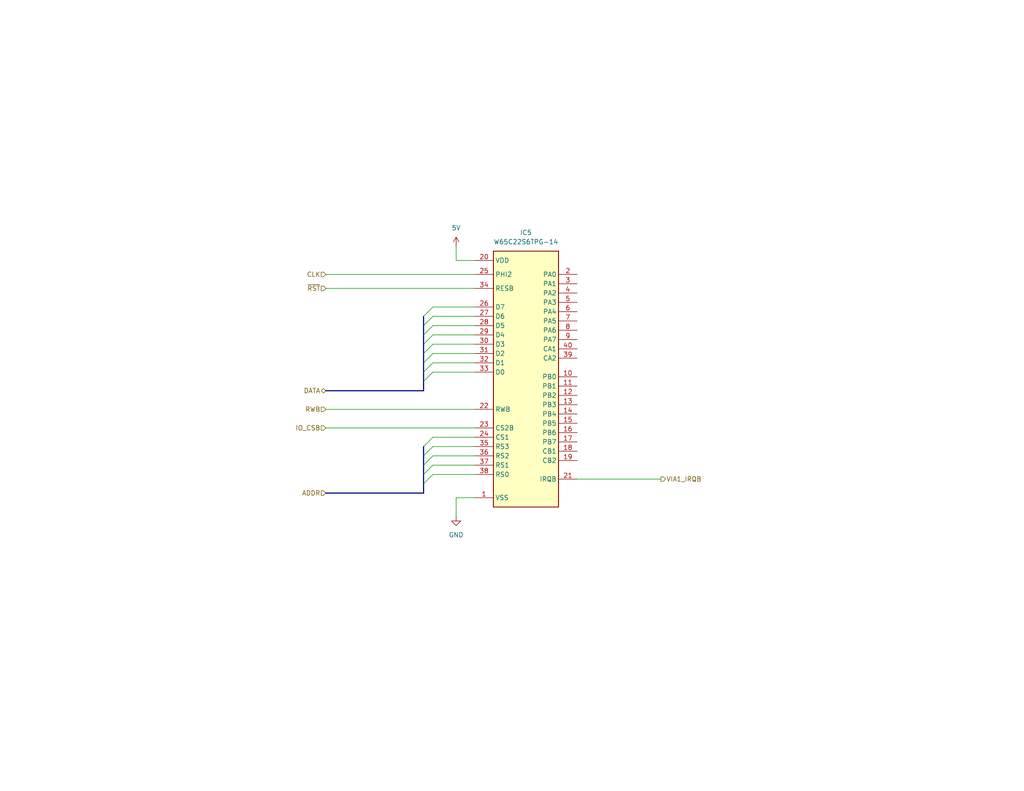
<source format=kicad_sch>
(kicad_sch (version 20231120) (generator "eeschema") (generator_version "8.0")
  (paper "A")
  (title_block (title "65C02 Single Board Computer") (rev "Proto"))
  (lib_symbols
    (symbol "6502-sbc:W65C22S6TPG-14"
      (property "Reference" "IC5" (at 0 39.37 0))
      (property "Value" "W65C22S6TPG-14" (at 0 36.83 0))
      (symbol "W65C22S6TPG-14_1_1"
        (rectangle (start -8.89 34.29) (end 8.89 -35.56) (stroke (width 0.254)) (fill (type background)))
        (pin passive line (at -13.97 -33.02 0) (length 5.08) (name "VSS") (number "1"))
        (pin passive line (at 13.97 0 180) (length 5.08) (name "PB0") (number "10"))
        (pin passive line (at 13.97 -2.54 180) (length 5.08) (name "PB1") (number "11"))
        (pin passive line (at 13.97 -5.08 180) (length 5.08) (name "PB2") (number "12"))
        (pin passive line (at 13.97 -7.62 180) (length 5.08) (name "PB3") (number "13"))
        (pin passive line (at 13.97 -10.16 180) (length 5.08) (name "PB4") (number "14"))
        (pin passive line (at 13.97 -12.7 180) (length 5.08) (name "PB5") (number "15"))
        (pin passive line (at 13.97 -15.24 180) (length 5.08) (name "PB6") (number "16"))
        (pin passive line (at 13.97 -17.78 180) (length 5.08) (name "PB7") (number "17"))
        (pin passive line (at 13.97 -20.32 180) (length 5.08) (name "CB1") (number "18"))
        (pin passive line (at 13.97 -22.86 180) (length 5.08) (name "CB2") (number "19"))
        (pin passive line (at 13.97 27.94 180) (length 5.08) (name "PA0") (number "2"))
        (pin passive line (at -13.97 31.75 0) (length 5.08) (name "VDD") (number "20"))
        (pin passive line (at 13.97 -27.94 180) (length 5.08) (name "IRQB") (number "21"))
        (pin passive line (at -13.97 -8.89 0) (length 5.08) (name "RWB") (number "22"))
        (pin passive line (at -13.97 -13.97 0) (length 5.08) (name "CS2B") (number "23"))
        (pin passive line (at -13.97 -16.51 0) (length 5.08) (name "CS1") (number "24"))
        (pin passive line (at -13.97 27.94 0) (length 5.08) (name "PHI2") (number "25"))
        (pin passive line (at -13.97 19.05 0) (length 5.08) (name "D7") (number "26"))
        (pin passive line (at -13.97 16.51 0) (length 5.08) (name "D6") (number "27"))
        (pin passive line (at -13.97 13.97 0) (length 5.08) (name "D5") (number "28"))
        (pin passive line (at -13.97 11.43 0) (length 5.08) (name "D4") (number "29"))
        (pin passive line (at 13.97 25.4 180) (length 5.08) (name "PA1") (number "3"))
        (pin passive line (at -13.97 8.89 0) (length 5.08) (name "D3") (number "30"))
        (pin passive line (at -13.97 6.35 0) (length 5.08) (name "D2") (number "31"))
        (pin passive line (at -13.97 3.81 0) (length 5.08) (name "D1") (number "32"))
        (pin passive line (at -13.97 1.27 0) (length 5.08) (name "D0") (number "33"))
        (pin passive line (at -13.97 24.13 0) (length 5.08) (name "RESB") (number "34"))
        (pin passive line (at -13.97 -19.05 0) (length 5.08) (name "RS3") (number "35"))
        (pin passive line (at -13.97 -21.59 0) (length 5.08) (name "RS2") (number "36"))
        (pin passive line (at -13.97 -24.13 0) (length 5.08) (name "RS1") (number "37"))
        (pin passive line (at -13.97 -26.67 0) (length 5.08) (name "RS0") (number "38"))
        (pin passive line (at 13.97 5.08 180) (length 5.08) (name "CA2") (number "39"))
        (pin passive line (at 13.97 22.86 180) (length 5.08) (name "PA2") (number "4"))
        (pin passive line (at 13.97 7.62 180) (length 5.08) (name "CA1") (number "40"))
        (pin passive line (at 13.97 20.32 180) (length 5.08) (name "PA3") (number "5"))
        (pin passive line (at 13.97 17.78 180) (length 5.08) (name "PA4") (number "6"))
        (pin passive line (at 13.97 15.24 180) (length 5.08) (name "PA5") (number "7"))
        (pin passive line (at 13.97 12.7 180) (length 5.08) (name "PA6") (number "8"))
        (pin passive line (at 13.97 10.16 180) (length 5.08) (name "PA7") (number "9"))
      )
    )
    (symbol "power:GND" (power) (pin_numbers hide) (pin_names (offset 0) hide)
      (property "Value" "GND" (at 0 -3.81 0))
      (symbol "GND_0_1"
        (polyline (pts (xy 0 0) (xy 0 -1.27) (xy 1.27 -1.27) (xy 0 -2.54) (xy -1.27 -1.27) (xy 0 -1.27)))
      )
      (symbol "GND_1_1"
        (pin power_in line (at 0 0 270) (length 0) (name "~") (number "1"))
      )
    )
    (symbol "power:VDC" (power) (pin_numbers hide) (pin_names (offset 0) hide)
      (property "Value" "VDC" (at 0 3.556 0))
      (symbol "VDC_0_1"
        (polyline (pts (xy -0.762 1.27) (xy 0 2.54)))
        (polyline (pts (xy 0 0) (xy 0 2.54)))
        (polyline (pts (xy 0 2.54) (xy 0.762 1.27)))
      )
      (symbol "VDC_1_1"
        (pin power_in line (at 0 0 90) (length 0) (name "~") (number "1"))
      )
    )
  )
  (bus_entry (at 115.57 96.52) (size 2.54 -2.54))
  (bus_entry (at 115.57 93.98) (size 2.54 -2.54))
  (bus_entry (at 115.57 132.08) (size 2.54 -2.54))
  (bus_entry (at 115.57 129.54) (size 2.54 -2.54))
  (bus_entry (at 115.57 99.06) (size 2.54 -2.54))
  (bus_entry (at 115.57 86.36) (size 2.54 -2.54))
  (bus_entry (at 115.57 127) (size 2.54 -2.54))
  (bus_entry (at 115.57 104.14) (size 2.54 -2.54))
  (bus_entry (at 115.57 101.6) (size 2.54 -2.54))
  (bus_entry (at 115.57 124.46) (size 2.54 -2.54))
  (bus_entry (at 115.57 121.92) (size 2.54 -2.54))
  (bus_entry (at 115.57 88.9) (size 2.54 -2.54))
  (bus_entry (at 115.57 91.44) (size 2.54 -2.54))
  (wire (pts (xy 118.11 119.38) (xy 129.54 119.38)))
  (bus (pts (xy 115.57 134.62) (xy 115.57 132.08)))
  (bus (pts (xy 115.57 91.44) (xy 115.57 93.98)))
  (bus (pts (xy 115.57 96.52) (xy 115.57 99.06)))
  (wire (pts (xy 118.11 101.6) (xy 129.54 101.6)))
  (bus (pts (xy 115.57 99.06) (xy 115.57 101.6)))
  (wire (pts (xy 118.11 99.06) (xy 129.54 99.06)))
  (wire (pts (xy 118.11 127) (xy 129.54 127)))
  (bus (pts (xy 115.57 106.68) (xy 88.9 106.68)))
  (bus (pts (xy 115.57 93.98) (xy 115.57 96.52)))
  (wire (pts (xy 118.11 129.54) (xy 129.54 129.54)))
  (wire (pts (xy 157.48 130.81) (xy 180.34 130.81)))
  (bus (pts (xy 115.57 88.9) (xy 115.57 91.44)))
  (bus (pts (xy 115.57 101.6) (xy 115.57 104.14)))
  (bus (pts (xy 115.57 124.46) (xy 115.57 127)))
  (bus (pts (xy 115.57 86.36) (xy 115.57 88.9)))
  (bus (pts (xy 115.57 104.14) (xy 115.57 106.68)))
  (wire (pts (xy 118.11 96.52) (xy 129.54 96.52)))
  (bus (pts (xy 88.9 134.62) (xy 115.57 134.62)))
  (bus (pts (xy 115.57 127) (xy 115.57 129.54)))
  (wire (pts (xy 88.9 78.74) (xy 129.54 78.74)))
  (wire (pts (xy 124.46 67.31) (xy 124.46 71.12)))
  (wire (pts (xy 118.11 86.36) (xy 129.54 86.36)))
  (wire (pts (xy 118.11 93.98) (xy 129.54 93.98)))
  (bus (pts (xy 115.57 129.54) (xy 115.57 132.08)))
  (wire (pts (xy 88.9 116.84) (xy 129.54 116.84)))
  (wire (pts (xy 118.11 124.46) (xy 129.54 124.46)))
  (wire (pts (xy 88.9 74.93) (xy 129.54 74.93)))
  (wire (pts (xy 118.11 88.9) (xy 129.54 88.9)))
  (wire (pts (xy 124.46 71.12) (xy 129.54 71.12)))
  (wire (pts (xy 124.46 135.89) (xy 129.54 135.89)))
  (wire (pts (xy 118.11 121.92) (xy 129.54 121.92)))
  (wire (pts (xy 118.11 91.44) (xy 129.54 91.44)))
  (bus (pts (xy 115.57 121.92) (xy 115.57 124.46)))
  (wire (pts (xy 118.11 83.82) (xy 129.54 83.82)))
  (wire (pts (xy 88.9 111.76) (xy 129.54 111.76)))
  (wire (pts (xy 124.46 140.97) (xy 124.46 135.89)))
  (hierarchical_label "DATA" (shape bidirectional) (at 88.9 106.68 180))
  (hierarchical_label "VIA1_IRQB" (shape output) (at 180.34 130.81 0))
  (hierarchical_label "IO_CSB" (shape input) (at 88.9 116.84 180))
  (hierarchical_label "~{RST}" (shape input) (at 88.9 78.74 180))
  (hierarchical_label "CLK" (shape input) (at 88.9 74.93 180))
  (hierarchical_label "ADDR" (shape input) (at 88.9 134.62 180))
  (hierarchical_label "RWB" (shape input) (at 88.9 111.76 180))
  (symbol (lib_id "power:VDC") (at 124.46 67.31 0) (unit 1)
    (property "Reference" "#PWR016" (effects (hide yes)))
    (property "Value" "5V" (at 124.46 62.23 0))
    (property "Description" "Power symbol creates a global label with name \"VDC\"" (effects (hide yes)))
  )
  (symbol (lib_id "6502-sbc:W65C22S6TPG-14") (at 143.51 102.87 0) (unit 1)
    (property "Reference" "IC5" (at 143.51 63.5 0))
    (property "Value" "W65C22S6TPG-14" (at 143.51 66.04 0))
    (property "Footprint" "DIP1524W38P254L5207H407Q40N" (effects (hide yes)))
    (property "Datasheet" "https://componentsearchengine.com/Datasheets/1/W65C22S6TPG-14.pdf" (effects (hide yes)))
    (property "Description" "I/O Controller Interface IC Versatile Interface Adapter" (effects (hide yes)))
    (property "Height" "4.07" (effects (hide yes)))
    (property "Mouser Part Number" "955-W65C22S6TPG-14" (effects (hide yes)))
    (property "Mouser Price/Stock" "https://www.mouser.co.uk/ProductDetail/Western-Design-Center-WDC/W65C22S6TPG-14?qs=opBjA1TV9038jNZ%252Bop8JdA%3D%3D" (effects (hide yes)))
    (property "Manufacturer_Name" "Western Design Center (WDC)" (effects (hide yes)))
    (property "Manufacturer_Part_Number" "W65C22S6TPG-14" (effects (hide yes)))
  )
  (symbol (lib_id "power:GND") (at 124.46 140.97 0) (unit 1)
    (property "Reference" "#PWR017" (effects (hide yes)))
    (property "Value" "GND" (at 124.46 146.05 0))
    (property "Description" "Power symbol creates a global label with name \"GND\" , ground" (effects (hide yes)))
  )
)
</source>
